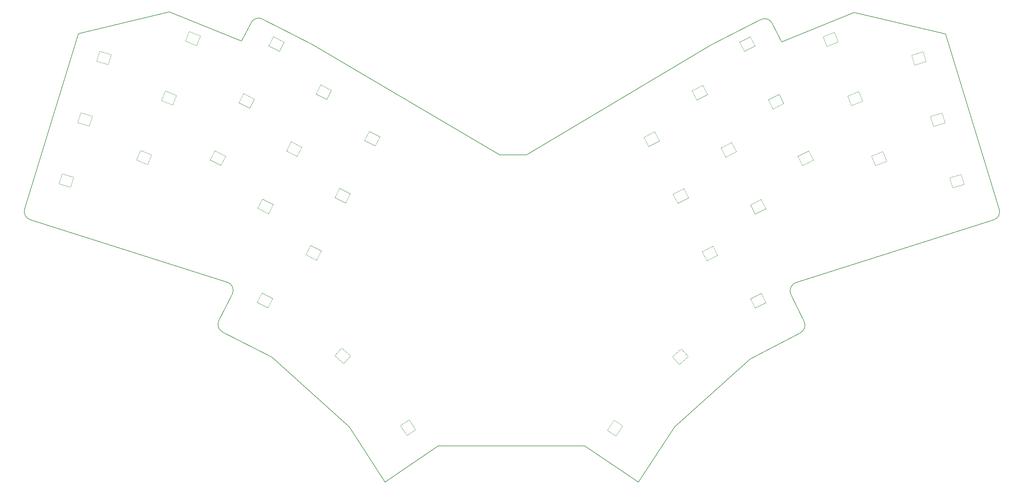
<source format=gbr>
G04 #@! TF.GenerationSoftware,KiCad,Pcbnew,(6.0.7)*
G04 #@! TF.CreationDate,2023-01-09T18:54:25-06:00*
G04 #@! TF.ProjectId,voxcertus-main,766f7863-6572-4747-9573-2d6d61696e2e,1.7*
G04 #@! TF.SameCoordinates,Original*
G04 #@! TF.FileFunction,Profile,NP*
%FSLAX46Y46*%
G04 Gerber Fmt 4.6, Leading zero omitted, Abs format (unit mm)*
G04 Created by KiCad (PCBNEW (6.0.7)) date 2023-01-09 18:54:25*
%MOMM*%
%LPD*%
G01*
G04 APERTURE LIST*
G04 #@! TA.AperFunction,Profile*
%ADD10C,0.150000*%
G04 #@! TD*
G04 #@! TA.AperFunction,Profile*
%ADD11C,0.120000*%
G04 #@! TD*
G04 APERTURE END LIST*
D10*
X237800000Y-42147200D02*
X234967902Y-36623549D01*
X205793200Y-157297200D02*
X195016270Y-173807200D01*
X73554956Y-117580612D02*
G75*
G03*
X72015228Y-114033972I-2301656J1108312D01*
G01*
X54673600Y-33209800D02*
X76300000Y-41947200D01*
X286804200Y-39788400D02*
X259448400Y-33413000D01*
X135116270Y-162979792D02*
X178876556Y-163001767D01*
X301125216Y-95466436D02*
X242116772Y-114177200D01*
X178876556Y-163001767D02*
X195016270Y-173807200D01*
X11417341Y-92112380D02*
G75*
G03*
X13017600Y-95338200I2412959J-812820D01*
G01*
X259448400Y-33413000D02*
X237800000Y-42147200D01*
X243369246Y-129196865D02*
G75*
G03*
X244538599Y-125792800I-1116646J2286465D01*
G01*
X108511200Y-157297200D02*
X119179200Y-173807200D01*
X243369246Y-129196865D02*
X228399200Y-136977200D01*
X240609711Y-117755033D02*
X244538599Y-125792800D01*
X242116776Y-114177213D02*
G75*
G03*
X240609711Y-117755033I779324J-2434587D01*
G01*
X216801800Y-43014200D02*
X161550000Y-76007200D01*
X76300000Y-41947200D02*
X79108401Y-36537200D01*
X234967942Y-36623529D02*
G75*
G03*
X231559200Y-35495801I-2265742J-1132971D01*
G01*
X69512589Y-125502940D02*
G75*
G03*
X70599400Y-128942399I2255111J-1178860D01*
G01*
X153450000Y-76007200D02*
X161550000Y-76007200D01*
X153450000Y-76007200D02*
X97269400Y-42836400D01*
X54673600Y-33209800D02*
X27495600Y-39712200D01*
X301125216Y-95466436D02*
G75*
G03*
X302907799Y-92366400I-655816J2439636D01*
G01*
X27495600Y-39712200D02*
X11417400Y-92112400D01*
X216801800Y-43014200D02*
X231559200Y-35495801D01*
X82486600Y-35292601D02*
X97269400Y-42836400D01*
X302907799Y-92366400D02*
X286804200Y-39788400D01*
X85397200Y-136469200D02*
X108511200Y-157297200D01*
X82486600Y-35292601D02*
G75*
G03*
X79108401Y-36537200I-1066800J-2311399D01*
G01*
X73555007Y-117580636D02*
X69512627Y-125502960D01*
X70599400Y-128942399D02*
X85397200Y-136469200D01*
X135116270Y-162979792D02*
X119179200Y-173807200D01*
X13017600Y-95338200D02*
X72015228Y-114033972D01*
X228399200Y-136977200D02*
X205793200Y-157297200D01*
D11*
X62810271Y-43309766D02*
X59472409Y-41961183D01*
X59472409Y-41961183D02*
X60633690Y-39086913D01*
X63971551Y-40435496D02*
X62810271Y-43309766D01*
X60633690Y-39086913D02*
X63971551Y-40435496D01*
X26049347Y-82667762D02*
X25142994Y-85632306D01*
X25142994Y-85632306D02*
X21700297Y-84579768D01*
X21700297Y-84579768D02*
X22606650Y-81615223D01*
X22606650Y-81615223D02*
X26049347Y-82667762D01*
X264690429Y-76278608D02*
X268028291Y-74930024D01*
X265851709Y-79152878D02*
X264690429Y-76278608D01*
X268028291Y-74930024D02*
X269189571Y-77804294D01*
X269189571Y-77804294D02*
X265851709Y-79152878D01*
X85717497Y-90800676D02*
X84310127Y-93562796D01*
X82509874Y-89166310D02*
X85717497Y-90800676D01*
X81102503Y-91928430D02*
X82509874Y-89166310D01*
X84310127Y-93562796D02*
X81102503Y-91928430D01*
X229869874Y-93701446D02*
X228462503Y-90939326D01*
X231670127Y-89304960D02*
X233077497Y-92067080D01*
X228462503Y-90939326D02*
X231670127Y-89304960D01*
X233077497Y-92067080D02*
X229869874Y-93701446D01*
X116230127Y-73302796D02*
X113022503Y-71668430D01*
X113022503Y-71668430D02*
X114429874Y-68906310D01*
X114429874Y-68906310D02*
X117637497Y-70540676D01*
X117637497Y-70540676D02*
X116230127Y-73302796D01*
X283201828Y-67453604D02*
X282295476Y-64489059D01*
X285738173Y-63436521D02*
X286644525Y-66401066D01*
X286644525Y-66401066D02*
X283201828Y-67453604D01*
X282295476Y-64489059D02*
X285738173Y-63436521D01*
X95512503Y-105808430D02*
X96919874Y-103046310D01*
X96919874Y-103046310D02*
X100127497Y-104680676D01*
X100127497Y-104680676D02*
X98720127Y-107442796D01*
X98720127Y-107442796D02*
X95512503Y-105808430D01*
X235229874Y-62231446D02*
X233822503Y-59469326D01*
X237030127Y-57834960D02*
X238437497Y-60597080D01*
X233822503Y-59469326D02*
X237030127Y-57834960D01*
X238437497Y-60597080D02*
X235229874Y-62231446D01*
X253538291Y-39300024D02*
X254699571Y-42174294D01*
X251361709Y-43522878D02*
X250200429Y-40648608D01*
X250200429Y-40648608D02*
X253538291Y-39300024D01*
X254699571Y-42174294D02*
X251361709Y-43522878D01*
X105599874Y-85956310D02*
X108807497Y-87590676D01*
X104192503Y-88718430D02*
X105599874Y-85956310D01*
X107400127Y-90352796D02*
X104192503Y-88718430D01*
X108807497Y-87590676D02*
X107400127Y-90352796D01*
X229889874Y-121771446D02*
X228482503Y-119009326D01*
X233097497Y-120137080D02*
X229889874Y-121771446D01*
X231690127Y-117374960D02*
X233097497Y-120137080D01*
X228482503Y-119009326D02*
X231690127Y-117374960D01*
X215429874Y-107671446D02*
X214022503Y-104909326D01*
X218637497Y-106037080D02*
X215429874Y-107671446D01*
X217230127Y-103274960D02*
X218637497Y-106037080D01*
X214022503Y-104909326D02*
X217230127Y-103274960D01*
X84157652Y-121683265D02*
X80950028Y-120048899D01*
X85565022Y-118921145D02*
X84157652Y-121683265D01*
X80950028Y-120048899D02*
X82357399Y-117286779D01*
X82357399Y-117286779D02*
X85565022Y-118921145D01*
X91099873Y-72031604D02*
X94307497Y-73665970D01*
X89692503Y-74793724D02*
X91099873Y-72031604D01*
X94307497Y-73665970D02*
X92900126Y-76428090D01*
X92900126Y-76428090D02*
X89692503Y-74793724D01*
X291458173Y-81816521D02*
X292364525Y-84781066D01*
X292364525Y-84781066D02*
X288921828Y-85833604D01*
X288015476Y-82869059D02*
X291458173Y-81816521D01*
X288921828Y-85833604D02*
X288015476Y-82869059D01*
X33841828Y-44963830D02*
X37284525Y-46016369D01*
X36378172Y-48980913D02*
X32935475Y-47928375D01*
X37284525Y-46016369D02*
X36378172Y-48980913D01*
X32935475Y-47928375D02*
X33841828Y-44963830D01*
X257510429Y-58378608D02*
X260848291Y-57030024D01*
X260848291Y-57030024D02*
X262009571Y-59904294D01*
X262009571Y-59904294D02*
X258671709Y-61252878D01*
X258671709Y-61252878D02*
X257510429Y-58378608D01*
X207184892Y-138670348D02*
X205110587Y-136366599D01*
X205110587Y-136366599D02*
X207785908Y-133957729D01*
X209860213Y-136261478D02*
X207184892Y-138670348D01*
X207785908Y-133957729D02*
X209860213Y-136261478D01*
X247289972Y-77528898D02*
X244082349Y-79163264D01*
X244082349Y-79163264D02*
X242674978Y-76401144D01*
X242674978Y-76401144D02*
X245882602Y-74766778D01*
X245882602Y-74766778D02*
X247289972Y-77528898D01*
X205344442Y-87708092D02*
X208552066Y-86073726D01*
X209959436Y-88835846D02*
X206751813Y-90470212D01*
X208552066Y-86073726D02*
X209959436Y-88835846D01*
X206751813Y-90470212D02*
X205344442Y-87708092D01*
X106830965Y-138391820D02*
X104155644Y-135982950D01*
X108905270Y-136088071D02*
X106830965Y-138391820D01*
X106229949Y-133679201D02*
X108905270Y-136088071D01*
X104155644Y-135982950D02*
X106229949Y-133679201D01*
X276655476Y-46159059D02*
X280098173Y-45106521D01*
X280098173Y-45106521D02*
X281004525Y-48071066D01*
X281004525Y-48071066D02*
X277561828Y-49123604D01*
X277561828Y-49123604D02*
X276655476Y-46159059D01*
X55670271Y-61079766D02*
X52332409Y-59731183D01*
X52332409Y-59731183D02*
X53493690Y-56856913D01*
X56831551Y-58205496D02*
X55670271Y-61079766D01*
X53493690Y-56856913D02*
X56831551Y-58205496D01*
X214220127Y-55174960D02*
X215627497Y-57937080D01*
X211012503Y-56809326D02*
X214220127Y-55174960D01*
X215627497Y-57937080D02*
X212419874Y-59571446D01*
X212419874Y-59571446D02*
X211012503Y-56809326D01*
X226639874Y-45021446D02*
X225232503Y-42259326D01*
X229847497Y-43387080D02*
X226639874Y-45021446D01*
X225232503Y-42259326D02*
X228440127Y-40624960D01*
X228440127Y-40624960D02*
X229847497Y-43387080D01*
X199790127Y-69064960D02*
X201197497Y-71827080D01*
X201197497Y-71827080D02*
X197989874Y-73461446D01*
X197989874Y-73461446D02*
X196582503Y-70699326D01*
X196582503Y-70699326D02*
X199790127Y-69064960D01*
X224277497Y-74997080D02*
X221069874Y-76631446D01*
X221069874Y-76631446D02*
X219662503Y-73869326D01*
X219662503Y-73869326D02*
X222870127Y-72234960D01*
X222870127Y-72234960D02*
X224277497Y-74997080D01*
X84392503Y-43368430D02*
X85799874Y-40606310D01*
X85799874Y-40606310D02*
X89007497Y-42240676D01*
X89007497Y-42240676D02*
X87600127Y-45002796D01*
X87600127Y-45002796D02*
X84392503Y-43368430D01*
X44842409Y-77521183D02*
X46003690Y-74646913D01*
X46003690Y-74646913D02*
X49341551Y-75995496D01*
X48180271Y-78869766D02*
X44842409Y-77521183D01*
X49341551Y-75995496D02*
X48180271Y-78869766D01*
X68309874Y-74736310D02*
X71517497Y-76370676D01*
X66902503Y-77498430D02*
X68309874Y-74736310D01*
X71517497Y-76370676D02*
X70110127Y-79132796D01*
X70110127Y-79132796D02*
X66902503Y-77498430D01*
X30712994Y-67372306D02*
X27270297Y-66319768D01*
X31619347Y-64407762D02*
X30712994Y-67372306D01*
X27270297Y-66319768D02*
X28176650Y-63355223D01*
X28176650Y-63355223D02*
X31619347Y-64407762D01*
X99939874Y-55006310D02*
X103147497Y-56640676D01*
X98532503Y-57768430D02*
X99939874Y-55006310D01*
X103147497Y-56640676D02*
X101740127Y-59402796D01*
X101740127Y-59402796D02*
X98532503Y-57768430D01*
X188295077Y-160049206D02*
X185695199Y-158360825D01*
X190255778Y-157029992D02*
X188295077Y-160049206D01*
X187655899Y-155341611D02*
X190255778Y-157029992D01*
X185695199Y-158360825D02*
X187655899Y-155341611D01*
X126368571Y-155197403D02*
X128329271Y-158216617D01*
X128329271Y-158216617D02*
X125729393Y-159904998D01*
X123768692Y-156885784D02*
X126368571Y-155197403D01*
X125729393Y-159904998D02*
X123768692Y-156885784D01*
X80107497Y-59270676D02*
X78700127Y-62032796D01*
X78700127Y-62032796D02*
X75492503Y-60398430D01*
X75492503Y-60398430D02*
X76899874Y-57636310D01*
X76899874Y-57636310D02*
X80107497Y-59270676D01*
M02*

</source>
